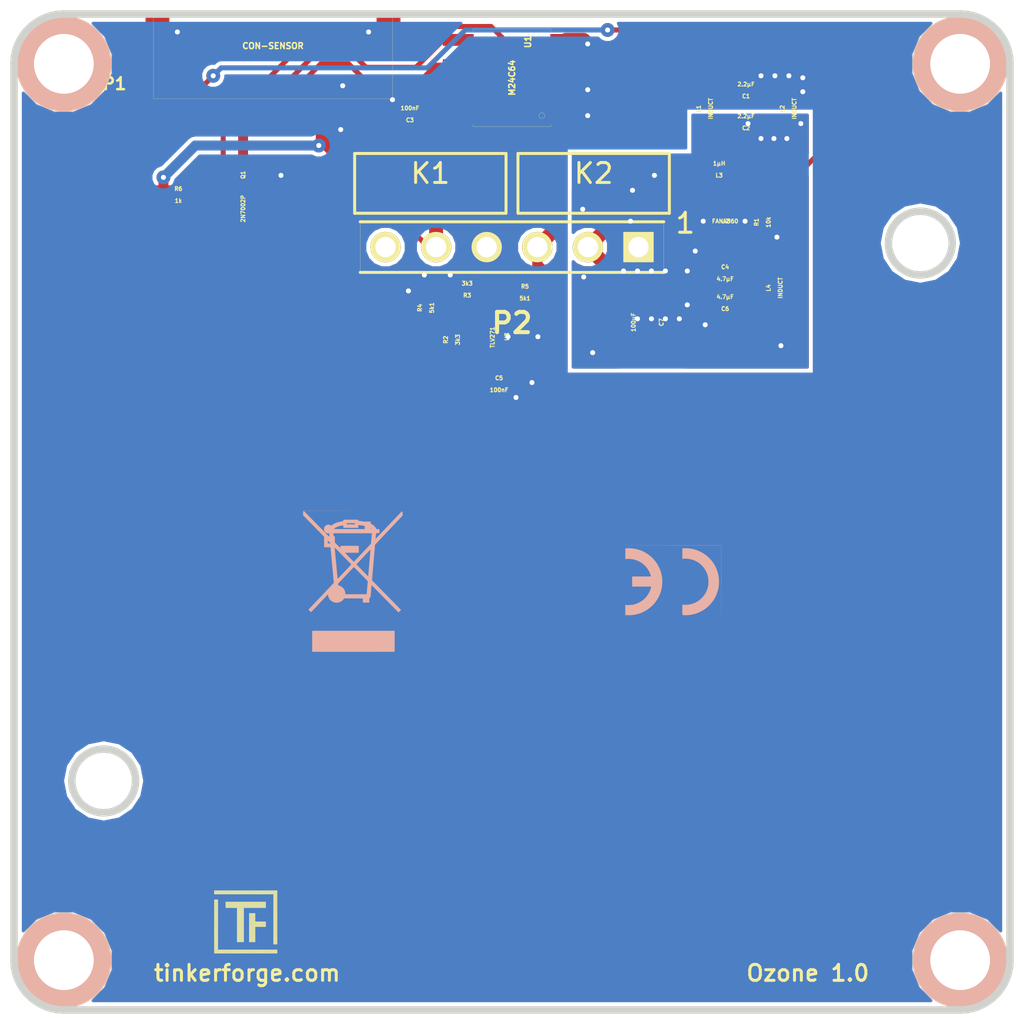
<source format=kicad_pcb>
(kicad_pcb (version 4) (host pcbnew "(2015-03-18 BZR 5525)-product")
  (title_block (title "Dust Detector Bricklet") (date "Mo 13 Apr 2015") (rev 1.0) (company "Tinkerforfge GmbH") (comment 1 "Licensed under CERN OHL v.1.1") (comment 2 "Copyright (©) 2015, B.Nordmeyer <bastian@tinkerforge.com>"))
  (layers (0 F.Cu signal) (31 B.Cu signal) (34 B.Paste user) (35 F.Paste user) (36 B.SilkS user) (37 F.SilkS user) (38 B.Mask user) (39 F.Mask user) (44 Edge.Cuts user))
  (net 0 "")
  (net 1 +5V)
  (net 2 3V3)
  (net 3 EN)
  (net 4 GND)
  (net 5 "Net-(P1-Pad4)")
  (net 6 "Net-(P1-Pad5)")
  (net 7 "Net-(P1-Pad6)")
  (net 8 "Net-(P1-Pad7)")
  (net 9 "Net-(R2-Pad1)")
  (net 10 "Net-(K1-Pad2)")
  (net 11 "Net-(K2-Pad3)")
  (net 12 "Net-(P1-Pad8)")
  (net 13 "Net-(R3-Pad2)")
  (net 14 "Net-(C2-Pad1)")
  (net 15 AGND)
  (net 16 "Net-(C4-Pad1)")
  (net 17 "Net-(K1-Pad3)")
  (net 18 "Net-(L3-Pad2)")
  (module kicad-libraries:DRILL_NP (layer F.Cu) (at 121.4 65.6)
    (fp_text reference U6 hide)
    (fp_text value DRILL hide)
    (pad "" np_thru_hole circle (at 0 0) (size 2.99974 2.99974) (drill 2.99974) (layers *.Cu *.Mask F.SilkS) (clearance 0.89916))
  )
  (module kicad-libraries:0603 (layer F.Cu) (at 155.6 67)
    (fp_text reference C1 (at 0.05 0.225) (layer F.SilkS) (effects (font (size 0.2 0.2) (thickness 0.05))))
    (fp_text value 2.2µF (at 0.05 -0.375) (layer F.SilkS) (effects (font (size 0.2 0.2) (thickness 0.05))))
    (pad 1 smd rect (at -0.8001 0) (size 0.8001 0.8001) (layers F.Cu F.Paste F.Mask) (net 2 3V3))
    (pad 2 smd rect (at 0.8001 0) (size 0.8001 0.8001) (layers F.Cu F.Paste F.Mask) (net 4 GND))
  )
  (module kicad-libraries:0603 (layer F.Cu) (at 155.6 68.6)
    (fp_text reference C2 (at 0.05 0.225) (layer F.SilkS) (effects (font (size 0.2 0.2) (thickness 0.05))))
    (fp_text value 2.2µF (at 0.05 -0.375) (layer F.SilkS) (effects (font (size 0.2 0.2) (thickness 0.05))))
    (pad 1 smd rect (at -0.8001 0) (size 0.8001 0.8001) (layers F.Cu F.Paste F.Mask) (net 14 "Net-(C2-Pad1)"))
    (pad 2 smd rect (at 0.8001 0) (size 0.8001 0.8001) (layers F.Cu F.Paste F.Mask) (net 15 AGND))
  )
  (module kicad-libraries:0805 (layer F.Cu) (at 154.6 77.7)
    (fp_text reference C6 (at 0 0.2) (layer F.SilkS) (effects (font (size 0.2 0.2) (thickness 0.05))))
    (fp_text value 4.7µF (at 0 -0.4) (layer F.SilkS) (effects (font (size 0.2 0.2) (thickness 0.05))))
    (pad 1 smd rect (at -1.00076 0) (size 1.00076 1.24968) (layers F.Cu F.Paste F.Mask) (net 15 AGND) (clearance 0.14986))
    (pad 2 smd rect (at 1.00076 0) (size 1.00076 1.24968) (layers F.Cu F.Paste F.Mask) (net 1 +5V) (clearance 0.14986))
  )
  (module kicad-libraries:3528-21 (layer F.Cu) (at 150.9 78.6 90)
    (fp_text reference C7 (at 0.025 0.5 90) (layer F.SilkS) (effects (font (size 0.2 0.2) (thickness 0.05))))
    (fp_text value 100µF (at 0.025 -0.9 90) (layer F.SilkS) (effects (font (size 0.2 0.2) (thickness 0.05))))
    (pad 1 smd rect (at -1.40048 0 90) (size 1.59954 2.79908) (layers F.Cu F.Paste F.Mask) (net 1 +5V) (clearance 0.14986))
    (pad 2 smd rect (at 1.40048 0 90) (size 1.59954 2.79908) (layers F.Cu F.Paste F.Mask) (net 15 AGND) (clearance 0.14986))
  )
  (module kicad-libraries:9175-003 (layer F.Cu) (at 139.8 71.6 180)
    (fp_text reference K1 (at 0 0.5 180) (layer F.SilkS))
    (fp_text value CONN_3)
    (pad 2 smd rect (at -0.55 -0.725 180) (size 1 1.45) (layers F.Cu F.Paste F.Mask) (net 10 "Net-(K1-Pad2)"))
    (pad 2 smd rect (at 0.55 0.725 180) (size 1 1.45) (layers F.Cu F.Paste F.Mask) (net 10 "Net-(K1-Pad2)"))
    (pad 1 smd rect (at -3.05 -0.725 180) (size 1 1.45) (layers F.Cu F.Paste F.Mask) (net 4 GND))
    (pad 1 smd rect (at -1.95 0.74 180) (size 1 1.45) (layers F.Cu F.Paste F.Mask) (net 4 GND))
    (pad 3 smd rect (at 1.95 -0.725 180) (size 1 1.45) (layers F.Cu F.Paste F.Mask) (net 17 "Net-(K1-Pad3)"))
    (pad 3 smd rect (at 3.05 0.725 180) (size 1 1.45) (layers F.Cu F.Paste F.Mask) (net 17 "Net-(K1-Pad3)"))
  )
  (module kicad-libraries:9175-003 (layer F.Cu) (at 148 71.6 180)
    (fp_text reference K2 (at 0 0.5 180) (layer F.SilkS))
    (fp_text value CONN_3)
    (pad 2 smd rect (at -0.55 -0.725 180) (size 1 1.45) (layers F.Cu F.Paste F.Mask) (net 1 +5V))
    (pad 2 smd rect (at 0.55 0.725 180) (size 1 1.45) (layers F.Cu F.Paste F.Mask) (net 1 +5V))
    (pad 1 smd rect (at -3.05 -0.725 180) (size 1 1.45) (layers F.Cu F.Paste F.Mask) (net 15 AGND))
    (pad 1 smd rect (at -1.95 0.74 180) (size 1 1.45) (layers F.Cu F.Paste F.Mask) (net 15 AGND))
    (pad 3 smd rect (at 1.95 -0.725 180) (size 1 1.45) (layers F.Cu F.Paste F.Mask) (net 11 "Net-(K2-Pad3)"))
    (pad 3 smd rect (at 3.05 0.725 180) (size 1 1.45) (layers F.Cu F.Paste F.Mask) (net 11 "Net-(K2-Pad3)"))
  )
  (module kicad-libraries:0603 (layer F.Cu) (at 157.7 67.8 270)
    (fp_text reference L2 (at 0.05 0.225 270) (layer F.SilkS) (effects (font (size 0.2 0.2) (thickness 0.05))))
    (fp_text value INDUCT (at 0.05 -0.375 270) (layer F.SilkS) (effects (font (size 0.2 0.2) (thickness 0.05))))
    (pad 1 smd rect (at -0.8001 0 270) (size 0.8001 0.8001) (layers F.Cu F.Paste F.Mask) (net 4 GND))
    (pad 2 smd rect (at 0.8001 0 270) (size 0.8001 0.8001) (layers F.Cu F.Paste F.Mask) (net 15 AGND))
  )
  (module kicad-libraries:CON-SENSOR (layer F.Cu) (at 131.9 63.1 180)
    (fp_text reference P1 (at 7.9502 -3.50012 180) (layer F.SilkS) (effects (font (size 0.59944 0.59944) (thickness 0.12446))))
    (fp_text value CON-SENSOR (at 0 -1.6002 180) (layer F.SilkS) (effects (font (size 0.29972 0.29972) (thickness 0.07112))))
    (pad 1 smd rect (at -4.50088 -4.7752 180) (size 0.59944 1.5494) (layers F.Cu F.Paste F.Mask))
    (pad 2 smd rect (at -3.50012 -4.7752 180) (size 0.59944 1.5494) (layers F.Cu F.Paste F.Mask) (net 4 GND))
    (pad 3 smd rect (at -2.49936 -4.7752 180) (size 0.59944 1.5494) (layers F.Cu F.Paste F.Mask) (net 2 3V3))
    (pad 4 smd rect (at -1.50114 -4.7752 180) (size 0.59944 1.5494) (layers F.Cu F.Paste F.Mask) (net 5 "Net-(P1-Pad4)"))
    (pad 5 smd rect (at -0.50038 -4.7752 180) (size 0.59944 1.5494) (layers F.Cu F.Paste F.Mask) (net 6 "Net-(P1-Pad5)"))
    (pad 6 smd rect (at 0.50038 -4.7752 180) (size 0.59944 1.5494) (layers F.Cu F.Paste F.Mask) (net 7 "Net-(P1-Pad6)"))
    (pad 7 smd rect (at 1.50114 -4.7752 180) (size 0.59944 1.5494) (layers F.Cu F.Paste F.Mask) (net 8 "Net-(P1-Pad7)"))
    (pad 8 smd rect (at 2.49936 -4.7752 180) (size 0.59944 1.5494) (layers F.Cu F.Paste F.Mask) (net 12 "Net-(P1-Pad8)"))
    (pad 9 smd rect (at 3.50012 -4.7752 180) (size 0.59944 1.5494) (layers F.Cu F.Paste F.Mask) (net 3 EN))
    (pad 10 smd rect (at 4.50088 -4.7752 180) (size 0.59944 1.5494) (layers F.Cu F.Paste F.Mask))
    (pad EP smd rect (at -5.79882 -0.89916 180) (size 1.19888 1.80086) (layers F.Cu F.Paste F.Mask) (net 4 GND))
    (pad EP smd rect (at 5.79882 -0.89916 180) (size 1.19888 1.80086) (layers F.Cu F.Paste F.Mask) (net 4 GND))
  )
  (module kicad-libraries:pin_array_6x1 (layer F.Cu) (at 143.9 74.8 180)
    (fp_text reference P2 (at 0 -3.81 180) (layer F.SilkS) (effects (font (size 1.016 1.016) (thickness 0.2032))))
    (fp_text value CONN_6 hide)
    (pad 1 thru_hole rect (at -6.35 0 180) (size 1.524 1.524) (drill 1.016) (layers *.Cu *.Mask F.SilkS) (net 15 AGND))
    (pad 2 thru_hole circle (at -3.81 0 180) (size 1.524 1.524) (drill 1.016) (layers *.Cu *.Mask F.SilkS) (net 1 +5V))
    (pad 3 thru_hole circle (at -1.27 0 180) (size 1.524 1.524) (drill 1.016) (layers *.Cu *.Mask F.SilkS) (net 11 "Net-(K2-Pad3)"))
    (pad 4 thru_hole circle (at 1.27 0 180) (size 1.524 1.524) (drill 1.016) (layers *.Cu *.Mask F.SilkS) (net 4 GND))
    (pad 5 thru_hole circle (at 3.81 0 180) (size 1.524 1.524) (drill 1.016) (layers *.Cu *.Mask F.SilkS) (net 10 "Net-(K1-Pad2)"))
    (pad 6 thru_hole circle (at 6.35 0 180) (size 1.524 1.524) (drill 1.016) (layers *.Cu *.Mask F.SilkS))
  )
  (module kicad-libraries:SOT23GDS (layer F.Cu) (at 130.4 72.1 270)
    (fp_text reference Q1 (at -0.925 0 270) (layer F.SilkS) (effects (font (size 0.2 0.2) (thickness 0.05))))
    (fp_text value 2N7002P (at 0.775 0 270) (layer F.SilkS) (effects (font (size 0.2 0.2) (thickness 0.05))))
    (pad S smd rect (at -0.889 -1.016 270) (size 0.9144 0.9144) (layers F.Cu F.Paste F.Mask) (net 4 GND))
    (pad G smd rect (at 0.889 -1.016 270) (size 0.9144 0.9144) (layers F.Cu F.Paste F.Mask) (net 10 "Net-(K1-Pad2)"))
    (pad D smd rect (at 0 1.016 270) (size 0.9144 0.9144) (layers F.Cu F.Paste F.Mask) (net 12 "Net-(P1-Pad8)"))
  )
  (module kicad-libraries:0603 (layer F.Cu) (at 156.4 73.5 270)
    (fp_text reference R1 (at 0.05 0.225 270) (layer F.SilkS) (effects (font (size 0.2 0.2) (thickness 0.05))))
    (fp_text value 10k (at 0.05 -0.375 270) (layer F.SilkS) (effects (font (size 0.2 0.2) (thickness 0.05))))
    (pad 1 smd rect (at -0.8001 0 270) (size 0.8001 0.8001) (layers F.Cu F.Paste F.Mask) (net 3 EN))
    (pad 2 smd rect (at 0.8001 0 270) (size 0.8001 0.8001) (layers F.Cu F.Paste F.Mask) (net 15 AGND))
  )
  (module kicad-libraries:0603 (layer F.Cu) (at 140.8 79.4 270)
    (fp_text reference R2 (at 0.05 0.225 270) (layer F.SilkS) (effects (font (size 0.2 0.2) (thickness 0.05))))
    (fp_text value 3k3 (at 0.05 -0.375 270) (layer F.SilkS) (effects (font (size 0.2 0.2) (thickness 0.05))))
    (pad 1 smd rect (at -0.8001 0 270) (size 0.8001 0.8001) (layers F.Cu F.Paste F.Mask) (net 9 "Net-(R2-Pad1)"))
    (pad 2 smd rect (at 0.8001 0 270) (size 0.8001 0.8001) (layers F.Cu F.Paste F.Mask) (net 8 "Net-(P1-Pad7)"))
  )
  (module kicad-libraries:0603 (layer F.Cu) (at 141.6 77)
    (fp_text reference R3 (at 0.05 0.225) (layer F.SilkS) (effects (font (size 0.2 0.2) (thickness 0.05))))
    (fp_text value 3k3 (at 0.05 -0.375) (layer F.SilkS) (effects (font (size 0.2 0.2) (thickness 0.05))))
    (pad 1 smd rect (at -0.8001 0) (size 0.8001 0.8001) (layers F.Cu F.Paste F.Mask) (net 4 GND))
    (pad 2 smd rect (at 0.8001 0) (size 0.8001 0.8001) (layers F.Cu F.Paste F.Mask) (net 13 "Net-(R3-Pad2)"))
  )
  (module kicad-libraries:0603 (layer F.Cu) (at 139.5 77.8 270)
    (fp_text reference R4 (at 0.05 0.225 270) (layer F.SilkS) (effects (font (size 0.2 0.2) (thickness 0.05))))
    (fp_text value 5k1 (at 0.05 -0.375 270) (layer F.SilkS) (effects (font (size 0.2 0.2) (thickness 0.05))))
    (pad 1 smd rect (at -0.8001 0 270) (size 0.8001 0.8001) (layers F.Cu F.Paste F.Mask) (net 4 GND))
    (pad 2 smd rect (at 0.8001 0 270) (size 0.8001 0.8001) (layers F.Cu F.Paste F.Mask) (net 9 "Net-(R2-Pad1)"))
  )
  (module kicad-libraries:0603 (layer F.Cu) (at 144.6 77 180)
    (fp_text reference R5 (at 0.05 0.225 180) (layer F.SilkS) (effects (font (size 0.2 0.2) (thickness 0.05))))
    (fp_text value 5k1 (at 0.05 -0.375 180) (layer F.SilkS) (effects (font (size 0.2 0.2) (thickness 0.05))))
    (pad 1 smd rect (at -0.8001 0 180) (size 0.8001 0.8001) (layers F.Cu F.Paste F.Mask) (net 11 "Net-(K2-Pad3)"))
    (pad 2 smd rect (at 0.8001 0 180) (size 0.8001 0.8001) (layers F.Cu F.Paste F.Mask) (net 13 "Net-(R3-Pad2)"))
  )
  (module kicad-libraries:SOIC8 (layer F.Cu) (at 143.9 66.3 90)
    (fp_text reference U1 (at 1.8 0.8 90) (layer F.SilkS) (effects (font (size 0.29972 0.29972) (thickness 0.0762))))
    (fp_text value M24C64 (at 0 0 90) (layer F.SilkS) (effects (font (size 0.29972 0.29972) (thickness 0.0762))))
    (pad 1 smd rect (at -1.90246 2.69748 270) (size 0.59944 1.5494) (layers F.Cu F.Paste F.Mask) (net 4 GND))
    (pad 2 smd rect (at -0.63246 2.69748 270) (size 0.59944 1.5494) (layers F.Cu F.Paste F.Mask) (net 4 GND))
    (pad 3 smd rect (at 0.63246 2.69748 270) (size 0.59944 1.5494) (layers F.Cu F.Paste F.Mask) (net 7 "Net-(P1-Pad6)"))
    (pad 4 smd rect (at 1.90246 2.69748 270) (size 0.59944 1.5494) (layers F.Cu F.Paste F.Mask) (net 4 GND))
    (pad 5 smd rect (at 1.90246 -2.69748 90) (size 0.59944 1.5494) (layers F.Cu F.Paste F.Mask) (net 6 "Net-(P1-Pad5)"))
    (pad 6 smd rect (at 0.63246 -2.69748 90) (size 0.59944 1.5494) (layers F.Cu F.Paste F.Mask) (net 5 "Net-(P1-Pad4)"))
    (pad 7 smd rect (at -0.63246 -2.69748 90) (size 0.59944 1.5494) (layers F.Cu F.Paste F.Mask))
    (pad 8 smd rect (at -1.90246 -2.69748 90) (size 0.59944 1.5494) (layers F.Cu F.Paste F.Mask) (net 2 3V3))
  )
  (module kicad-libraries:UMLP_22 (layer F.Cu) (at 154.6 73.5 180)
    (fp_text reference U2 (at 0 0 180) (layer F.SilkS) (effects (font (size 0.2 0.2) (thickness 0.05))))
    (fp_text value FAN4860 (at 0 0 180) (layer F.SilkS) (effects (font (size 0.2 0.2) (thickness 0.05))))
    (pad 3 smd rect (at -0.65 -1.05 180) (size 0.25 0.8) (layers F.Cu F.Paste F.Mask) (net 16 "Net-(C4-Pad1)"))
    (pad 2 smd rect (at 0 -1.05 180) (size 0.25 0.8) (layers F.Cu F.Paste F.Mask) (net 16 "Net-(C4-Pad1)"))
    (pad 1 smd rect (at 0.65 -1.05 180) (size 0.25 0.8) (layers F.Cu F.Paste F.Mask) (net 15 AGND))
    (pad 4 smd rect (at -0.65 1.05 180) (size 0.25 0.8) (layers F.Cu F.Paste F.Mask) (net 3 EN))
    (pad 5 smd rect (at 0 1.05 180) (size 0.25 0.8) (layers F.Cu F.Paste F.Mask) (net 18 "Net-(L3-Pad2)"))
    (pad 6 smd rect (at 0.65 1.05 180) (size 0.25 0.8) (layers F.Cu F.Paste F.Mask) (net 14 "Net-(C2-Pad1)"))
    (pad EP smd rect (at 0 0 180) (size 1.45 0.8) (layers F.Cu F.Paste F.Mask) (net 15 AGND))
  )
  (module kicad-libraries:SOT23-5 (layer F.Cu) (at 143.3 79.3 90)
    (fp_text reference U3 (at 0 0.35052 90) (layer F.SilkS) (effects (font (size 0.2 0.2) (thickness 0.05))))
    (fp_text value TLV271 (at -0.03 -0.38 90) (layer F.SilkS) (effects (font (size 0.2 0.2) (thickness 0.05))))
    (pad 1 smd rect (at -0.94996 1.19888 90) (size 0.50038 0.8001) (layers F.Cu F.Paste F.Mask) (net 8 "Net-(P1-Pad7)") (clearance 0.14986))
    (pad 2 smd rect (at 0 1.19888 90) (size 0.50038 0.8001) (layers F.Cu F.Paste F.Mask) (net 4 GND) (clearance 0.14986))
    (pad 3 smd rect (at 0.94996 1.19888 90) (size 0.50038 0.8001) (layers F.Cu F.Paste F.Mask) (net 13 "Net-(R3-Pad2)") (clearance 0.14986))
    (pad 5 smd rect (at -0.94996 -1.19888 90) (size 0.50038 0.8001) (layers F.Cu F.Paste F.Mask) (net 2 3V3) (clearance 0.14986))
    (pad 4 smd rect (at 0.94996 -1.19888 90) (size 0.50038 0.8001) (layers F.Cu F.Paste F.Mask) (net 9 "Net-(R2-Pad1)") (clearance 0.14986))
  )
  (module kicad-libraries:DRILL_NP (layer F.Cu) (at 121.4 110.6)
    (fp_text reference U4 hide)
    (fp_text value DRILL hide)
    (pad "" np_thru_hole circle (at 0 0) (size 2.99974 2.99974) (drill 2.99974) (layers *.Cu *.Mask F.SilkS) (clearance 0.89916))
  )
  (module kicad-libraries:DRILL_NP (layer F.Cu) (at 166.4 65.6)
    (fp_text reference U5 hide)
    (fp_text value DRILL hide)
    (pad "" np_thru_hole circle (at 0 0) (size 2.99974 2.99974) (drill 2.99974) (layers *.Cu *.Mask F.SilkS) (clearance 0.89916))
  )
  (module kicad-libraries:DRILL_NP (layer F.Cu) (at 166.4 110.6)
    (fp_text reference U7 hide)
    (fp_text value DRILL hide)
    (pad "" np_thru_hole circle (at 0 0) (size 2.99974 2.99974) (drill 2.99974) (layers *.Cu *.Mask F.SilkS) (clearance 0.89916))
  )
  (module kicad-libraries:Logo_31x31 (layer F.Cu) (at 128.95 107.1)
    (fp_text reference G*** hide)
    (fp_text value Logo_31x31 hide)
  )
  (module kicad-libraries:WEEE_7mm_back (layer B.Cu) (at 135.9 91.6)
    (fp_text reference VAL hide)
    (fp_text value WEEE_7mm_back hide)
  )
  (module kicad-libraries:CE_5mm (layer B.Cu) (at 151.9 91.6 180)
    (fp_text reference VAL hide)
    (fp_text value CE_5mm hide)
  )
  (module kicad-libraries:Fiducial_Mark (layer F.Cu) (at 125.4 80.6)
    (fp_text reference Fiducial_Mark hide)
    (fp_text value VAL** hide)
    (pad 1 smd circle (at 0 0) (size 1.00076 1.00076) (layers F.Cu F.Mask) (clearance 0.65024))
  )
  (module kicad-libraries:Fiducial_Mark (layer F.Cu) (at 161.4 65.6)
    (fp_text reference Fiducial_Mark hide)
    (fp_text value VAL** hide)
    (pad 1 smd circle (at 0 0) (size 1.00076 1.00076) (layers F.Cu F.Mask) (clearance 0.65024))
  )
  (module kicad-libraries:0603 (layer F.Cu) (at 138.725 68.2)
    (fp_text reference C3 (at 0.05 0.225) (layer F.SilkS) (effects (font (size 0.2 0.2) (thickness 0.05))))
    (fp_text value 100nF (at 0.05 -0.375) (layer F.SilkS) (effects (font (size 0.2 0.2) (thickness 0.05))))
    (pad 1 smd rect (at -0.8001 0) (size 0.8001 0.8001) (layers F.Cu F.Paste F.Mask) (net 4 GND) (clearance 0.14986))
    (pad 2 smd rect (at 0.8001 0) (size 0.8001 0.8001) (layers F.Cu F.Paste F.Mask) (net 2 3V3) (clearance 0.14986))
  )
  (module kicad-libraries:0805 (layer F.Cu) (at 154.6 76 180)
    (fp_text reference C4 (at 0 0.2 180) (layer F.SilkS) (effects (font (size 0.2 0.2) (thickness 0.05))))
    (fp_text value 4.7µF (at 0 -0.4 180) (layer F.SilkS) (effects (font (size 0.2 0.2) (thickness 0.05))))
    (pad 1 smd rect (at -1.00076 0 180) (size 1.00076 1.24968) (layers F.Cu F.Paste F.Mask) (net 16 "Net-(C4-Pad1)"))
    (pad 2 smd rect (at 1.00076 0 180) (size 1.00076 1.24968) (layers F.Cu F.Paste F.Mask) (net 15 AGND))
  )
  (module kicad-libraries:0603 (layer F.Cu) (at 143.3 81.6 180)
    (fp_text reference C5 (at 0.05 0.225 180) (layer F.SilkS) (effects (font (size 0.2 0.2) (thickness 0.05))))
    (fp_text value 100nF (at 0.05 -0.375 180) (layer F.SilkS) (effects (font (size 0.2 0.2) (thickness 0.05))))
    (pad 1 smd rect (at -0.8001 0 180) (size 0.8001 0.8001) (layers F.Cu F.Paste F.Mask) (net 4 GND) (clearance 0.14986))
    (pad 2 smd rect (at 0.8001 0 180) (size 0.8001 0.8001) (layers F.Cu F.Paste F.Mask) (net 2 3V3) (clearance 0.14986))
  )
  (module kicad-libraries:0603 (layer F.Cu) (at 153.5 67.8 270)
    (fp_text reference L1 (at 0.05 0.225 270) (layer F.SilkS) (effects (font (size 0.2 0.2) (thickness 0.05))))
    (fp_text value INDUCT (at 0.05 -0.375 270) (layer F.SilkS) (effects (font (size 0.2 0.2) (thickness 0.05))))
    (pad 1 smd rect (at -0.8001 0 270) (size 0.8001 0.8001) (layers F.Cu F.Paste F.Mask) (net 2 3V3) (clearance 0.14986))
    (pad 2 smd rect (at 0.8001 0 270) (size 0.8001 0.8001) (layers F.Cu F.Paste F.Mask) (net 14 "Net-(C2-Pad1)") (clearance 0.14986))
  )
  (module kicad-libraries:0805 (layer F.Cu) (at 154.3 71)
    (fp_text reference L3 (at 0 0.2) (layer F.SilkS) (effects (font (size 0.2 0.2) (thickness 0.05))))
    (fp_text value 1µH (at 0 -0.4) (layer F.SilkS) (effects (font (size 0.2 0.2) (thickness 0.05))))
    (pad 1 smd rect (at -1.00076 0) (size 1.00076 1.24968) (layers F.Cu F.Paste F.Mask) (net 14 "Net-(C2-Pad1)") (clearance 0.14986))
    (pad 2 smd rect (at 1.00076 0) (size 1.00076 1.24968) (layers F.Cu F.Paste F.Mask) (net 18 "Net-(L3-Pad2)") (clearance 0.14986))
  )
  (module kicad-libraries:0603 (layer F.Cu) (at 157 76.8 270)
    (fp_text reference L4 (at 0.05 0.225 270) (layer F.SilkS) (effects (font (size 0.2 0.2) (thickness 0.05))))
    (fp_text value INDUCT (at 0.05 -0.375 270) (layer F.SilkS) (effects (font (size 0.2 0.2) (thickness 0.05))))
    (pad 1 smd rect (at -0.8001 0 270) (size 0.8001 0.8001) (layers F.Cu F.Paste F.Mask) (net 16 "Net-(C4-Pad1)"))
    (pad 2 smd rect (at 0.8001 0 270) (size 0.8001 0.8001) (layers F.Cu F.Paste F.Mask) (net 1 +5V))
  )
  (module kicad-libraries:0603 (layer F.Cu) (at 127.2 72.1 180)
    (fp_text reference R6 (at 0.05 0.225 180) (layer F.SilkS) (effects (font (size 0.2 0.2) (thickness 0.05))))
    (fp_text value 1k (at 0.05 -0.375 180) (layer F.SilkS) (effects (font (size 0.2 0.2) (thickness 0.05))))
    (pad 1 smd rect (at -0.8001 0 180) (size 0.8001 0.8001) (layers F.Cu F.Paste F.Mask) (net 12 "Net-(P1-Pad8)") (clearance 0.14986))
    (pad 2 smd rect (at 0.8001 0 180) (size 0.8001 0.8001) (layers F.Cu F.Paste F.Mask) (net 2 3V3) (clearance 0.14986))
  )
  (gr_text 1 (at 152.6 73.6) (layer F.SilkS) (effects (font (size 1 1))))
  (gr_circle (center 123.4 101.6) (end 125 101.6) (layer Edge.Cuts) (width 0.381))
  (gr_circle (center 164.4 74.6) (end 166 74.6) (layer Edge.Cuts) (width 0.381))
  (gr_line (start 166.4 113.1) (end 121.4 113.1) (angle 90) (layer Edge.Cuts) (width 0.381))
  (gr_line (start 168.9 65.6) (end 168.9 110.6) (angle 90) (layer Edge.Cuts) (width 0.381))
  (gr_line (start 118.9 110.6) (end 118.9 65.6) (angle 90) (layer Edge.Cuts) (width 0.381))
  (gr_line (start 118.9 65.55) (end 118.9 65.6) (angle 90) (layer Edge.Cuts) (width 0.381))
  (gr_line (start 166.4 63.1) (end 121.4 63.1) (angle 90) (layer Edge.Cuts) (width 0.381))
  (gr_arc (start 121.4 110.6) (end 121.4 113.1) (angle 90) (layer Edge.Cuts) (width 0.381))
  (gr_arc (start 121.4 65.6) (end 118.9 65.6) (angle 90) (layer Edge.Cuts) (width 0.381))
  (gr_arc (start 166.4 65.6) (end 166.4 63.1) (angle 90) (layer Edge.Cuts) (width 0.381))
  (gr_arc (start 166.4 110.6) (end 168.9 110.6) (angle 90) (layer Edge.Cuts) (width 0.381))
  (gr_text "Ozone 1.0" (at 158.75 111.25) (layer F.SilkS) (effects (font (size 0.8 0.8))))
  (gr_text tinkerforge.com (at 130.6 111.25) (layer F.SilkS) (effects (font (size 0.8 0.8))))
  (segment (start 150.9 80.00048) (end 150.50048 80.00048) (width 0.7) (layer F.Cu) (net 1))
  (segment (start 150.50048 80.00048) (end 148.5 78) (width 0.7) (layer F.Cu) (net 1))
  (segment (start 148.5 75.59) (end 147.71 74.8) (width 0.7) (layer F.Cu) (net 1))
  (segment (start 148.5 78) (end 148.5 75.59) (width 0.7) (layer F.Cu) (net 1))
  (segment (start 156.85 77.5501) (end 155.65066 77.5501) (width 0.7) (layer F.Cu) (net 1))
  (segment (start 155.65066 77.5501) (end 155.55076 77.65) (width 0.7) (layer F.Cu) (net 1))
  (segment (start 150.9 80.00048) (end 154.19952 80.00048) (width 0.7) (layer F.Cu) (net 1))
  (segment (start 155.55076 78.64924) (end 155.55076 77.65) (width 0.7) (layer F.Cu) (net 1))
  (segment (start 154.19952 80.00048) (end 155.55076 78.64924) (width 0.7) (layer F.Cu) (net 1))
  (segment (start 148.55 72.325) (end 148.55 73.96) (width 0.7) (layer F.Cu) (net 1))
  (segment (start 148.55 73.96) (end 147.71 74.8) (width 0.7) (layer F.Cu) (net 1))
  (segment (start 147.45 70.875) (end 147.45 71.225) (width 0.254) (layer F.Cu) (net 1))
  (segment (start 147.45 71.225) (end 148.55 72.325) (width 0.7) (layer F.Cu) (net 1))
  (segment (start 142.4999 81.6) (end 142.4999 80.64874) (width 0.5) (layer F.Cu) (net 2))
  (segment (start 142.4999 80.64874) (end 142.10112 80.24996) (width 0.5) (layer F.Cu) (net 2))
  (segment (start 142.4999 81.6) (end 142.4999 81.8501) (width 0.5) (layer F.Cu) (net 2))
  (segment (start 142.4999 81.8501) (end 141.1 83.25) (width 0.5) (layer F.Cu) (net 2))
  (segment (start 131.95 83.25) (end 126.3999 77.6999) (width 0.5) (layer F.Cu) (net 2))
  (segment (start 141.1 83.25) (end 131.95 83.25) (width 0.5) (layer F.Cu) (net 2))
  (segment (start 126.3999 77.6999) (end 126.3999 72.1) (width 0.5) (layer F.Cu) (net 2))
  (segment (start 134.39936 69.39936) (end 134.39936 69.50064) (width 0.254) (layer F.Cu) (net 2))
  (segment (start 126.4 71.3) (end 126.4 72.0999) (width 0.5) (layer F.Cu) (net 2))
  (via (at 126.4 71.3) (size 0.7) (layers F.Cu B.Cu) (net 2))
  (segment (start 128 69.7) (end 126.4 71.3) (width 0.5) (layer B.Cu) (net 2))
  (segment (start 134.2 69.7) (end 128 69.7) (width 0.5) (layer B.Cu) (net 2))
  (via (at 134.2 69.7) (size 0.7) (layers F.Cu B.Cu) (net 2))
  (segment (start 134.39936 69.50064) (end 134.2 69.7) (width 0.254) (layer F.Cu) (net 2))
  (segment (start 126.4 72.0999) (end 126.3999 72.1) (width 0.254) (layer F.Cu) (net 2))
  (segment (start 139.5251 68.2) (end 139.5251 68.8749) (width 0.7) (layer F.Cu) (net 2))
  (segment (start 139.5251 68.8749) (end 138.9 69.5) (width 0.7) (layer F.Cu) (net 2))
  (segment (start 153.5 66.9999) (end 150.3001 66.9999) (width 0.7) (layer F.Cu) (net 2))
  (segment (start 150.3001 66.9999) (end 147.8 69.5) (width 0.7) (layer F.Cu) (net 2))
  (segment (start 147.8 69.5) (end 138.9 69.5) (width 0.7) (layer F.Cu) (net 2))
  (segment (start 134.39936 69.39936) (end 134.39936 67.8752) (width 0.7) (layer F.Cu) (net 2))
  (segment (start 138.9 69.5) (end 136 69.5) (width 0.7) (layer F.Cu) (net 2))
  (segment (start 136 69.5) (end 135.6 69.9) (width 0.7) (layer F.Cu) (net 2))
  (segment (start 135.6 69.9) (end 134.9 69.9) (width 0.7) (layer F.Cu) (net 2))
  (segment (start 134.9 69.9) (end 134.39936 69.39936) (width 0.7) (layer F.Cu) (net 2))
  (segment (start 141.20252 68.20246) (end 139.52756 68.20246) (width 0.7) (layer F.Cu) (net 2))
  (segment (start 139.52756 68.20246) (end 139.5251 68.2) (width 0.7) (layer F.Cu) (net 2))
  (segment (start 154.7499 66.95) (end 153.4501 66.95) (width 0.7) (layer F.Cu) (net 2))
  (segment (start 153.4501 66.95) (end 153.45 66.9499) (width 0.7) (layer F.Cu) (net 2))
  (segment (start 148.7 63.9) (end 141.55 63.9) (width 0.254) (layer B.Cu) (net 3))
  (segment (start 128.39988 66.70012) (end 128.39988 67.8752) (width 0.254) (layer F.Cu) (net 3))
  (segment (start 128.9 66.2) (end 128.39988 66.70012) (width 0.254) (layer F.Cu) (net 3))
  (via (at 128.9 66.2) (size 0.7) (layers F.Cu B.Cu) (net 3))
  (segment (start 129.3 65.8) (end 128.9 66.2) (width 0.254) (layer B.Cu) (net 3))
  (segment (start 139.65 65.8) (end 129.3 65.8) (width 0.254) (layer B.Cu) (net 3))
  (segment (start 141.55 63.9) (end 139.65 65.8) (width 0.254) (layer B.Cu) (net 3))
  (segment (start 159.6 69.8) (end 159.6 65.8) (width 0.254) (layer F.Cu) (net 3))
  (segment (start 159.6 65.8) (end 157.7 63.9) (width 0.254) (layer F.Cu) (net 3))
  (segment (start 157.7 63.9) (end 148.7 63.9) (width 0.254) (layer F.Cu) (net 3))
  (segment (start 159.6 69.8) (end 156.7001 72.6999) (width 0.254) (layer F.Cu) (net 3))
  (via (at 148.7 63.9) (size 0.7) (layers F.Cu B.Cu) (net 3))
  (segment (start 156.4 72.6999) (end 156.7001 72.6999) (width 0.254) (layer F.Cu) (net 3))
  (segment (start 155.25 72.45) (end 156.1501 72.45) (width 0.254) (layer F.Cu) (net 3))
  (segment (start 156.1501 72.45) (end 156.4 72.6999) (width 0.254) (layer F.Cu) (net 3))
  (segment (start 137.69882 63.99916) (end 136.70084 63.99916) (width 0.254) (layer F.Cu) (net 4))
  (via (at 136.7 64) (size 0.7) (layers F.Cu B.Cu) (net 4))
  (segment (start 136.70084 63.99916) (end 136.7 64) (width 0.254) (layer F.Cu) (net 4))
  (segment (start 144.1001 81.6) (end 144.1001 82.3499) (width 0.5) (layer F.Cu) (net 4))
  (via (at 144.1 82.35) (size 0.7) (layers F.Cu B.Cu) (net 4))
  (segment (start 144.1001 82.3499) (end 144.1 82.35) (width 0.5) (layer F.Cu) (net 4))
  (segment (start 139.5 76.9999) (end 139.5 76.2) (width 0.5) (layer F.Cu) (net 4))
  (via (at 139.5 76.2) (size 0.7) (layers F.Cu B.Cu) (net 4))
  (segment (start 146.59748 64.39754) (end 147.49754 64.39754) (width 0.7) (layer F.Cu) (net 4))
  (via (at 147.7 64.6) (size 0.7) (layers F.Cu B.Cu) (net 4))
  (segment (start 147.49754 64.39754) (end 147.7 64.6) (width 0.7) (layer F.Cu) (net 4))
  (segment (start 146.59748 66.93246) (end 147.66754 66.93246) (width 0.7) (layer F.Cu) (net 4))
  (via (at 147.7 66.9) (size 0.7) (layers F.Cu B.Cu) (net 4))
  (segment (start 147.66754 66.93246) (end 147.7 66.9) (width 0.7) (layer F.Cu) (net 4))
  (segment (start 146.59748 68.20246) (end 147.69754 68.20246) (width 0.7) (layer F.Cu) (net 4))
  (via (at 147.7 68.2) (size 0.7) (layers F.Cu B.Cu) (net 4))
  (segment (start 147.69754 68.20246) (end 147.7 68.2) (width 0.7) (layer F.Cu) (net 4))
  (segment (start 135.40012 67.8752) (end 135.40012 68.79988) (width 0.7) (layer F.Cu) (net 4))
  (via (at 135.3 68.9) (size 0.7) (layers F.Cu B.Cu) (net 4))
  (segment (start 135.40012 68.79988) (end 135.3 68.9) (width 0.7) (layer F.Cu) (net 4))
  (segment (start 135.40012 67.8752) (end 135.40012 66.70012) (width 0.7) (layer F.Cu) (net 4))
  (via (at 135.4 66.7) (size 0.7) (layers F.Cu B.Cu) (net 4))
  (segment (start 135.40012 66.70012) (end 135.4 66.7) (width 0.7) (layer F.Cu) (net 4))
  (segment (start 126.10118 63.99916) (end 127.09916 63.99916) (width 0.254) (layer F.Cu) (net 4))
  (via (at 127.1 64) (size 0.7) (layers F.Cu B.Cu) (net 4))
  (segment (start 127.09916 63.99916) (end 127.1 64) (width 0.254) (layer F.Cu) (net 4))
  (segment (start 137.9249 68.2) (end 137.9249 67.4249) (width 0.7) (layer F.Cu) (net 4))
  (via (at 137.9 67.4) (size 0.7) (layers F.Cu B.Cu) (net 4))
  (segment (start 137.9249 67.4249) (end 137.9 67.4) (width 0.7) (layer F.Cu) (net 4))
  (segment (start 131.416 71.211) (end 132.289 71.211) (width 0.7) (layer F.Cu) (net 4))
  (via (at 132.3 71.2) (size 0.7) (layers F.Cu B.Cu) (net 4))
  (segment (start 132.289 71.211) (end 132.3 71.2) (width 0.7) (layer F.Cu) (net 4))
  (segment (start 157.7 66.9999) (end 157.8001 66.9999) (width 0.7) (layer F.Cu) (net 4))
  (segment (start 157.8001 66.9999) (end 158.5 66.3) (width 0.7) (layer F.Cu) (net 4))
  (via (at 158.5 66.3) (size 0.7) (layers F.Cu B.Cu) (net 4))
  (segment (start 157.7 66.9999) (end 158.4999 66.9999) (width 0.7) (layer F.Cu) (net 4))
  (via (at 158.5 67) (size 0.7) (layers F.Cu B.Cu) (net 4))
  (segment (start 158.4999 66.9999) (end 158.5 67) (width 0.7) (layer F.Cu) (net 4))
  (segment (start 157.7 66.9999) (end 157.7 66.3) (width 0.7) (layer F.Cu) (net 4))
  (via (at 157.8 66.2) (size 0.7) (layers F.Cu B.Cu) (net 4))
  (segment (start 157.7 66.3) (end 157.8 66.2) (width 0.7) (layer F.Cu) (net 4))
  (segment (start 157.1 66.95) (end 157.1 66.2) (width 0.7) (layer F.Cu) (net 4))
  (via (at 157.1 66.2) (size 0.7) (layers F.Cu B.Cu) (net 4))
  (segment (start 156.4001 67) (end 156.4001 66.2001) (width 0.7) (layer F.Cu) (net 4))
  (via (at 156.4 66.2) (size 0.7) (layers F.Cu B.Cu) (net 4))
  (segment (start 156.4001 66.2001) (end 156.4 66.2) (width 0.7) (layer F.Cu) (net 4))
  (segment (start 156.3501 66.95) (end 157.1 66.95) (width 0.7) (layer F.Cu) (net 4))
  (segment (start 157.1 66.95) (end 157.6499 66.95) (width 0.7) (layer F.Cu) (net 4))
  (segment (start 157.6499 66.95) (end 157.65 66.9499) (width 0.7) (layer F.Cu) (net 4))
  (segment (start 142.63 74.8) (end 142.63 72.545) (width 0.7) (layer F.Cu) (net 4))
  (segment (start 142.63 72.545) (end 142.85 72.325) (width 0.254) (layer F.Cu) (net 4))
  (segment (start 141.75 70.86) (end 141.75 71.225) (width 0.254) (layer F.Cu) (net 4))
  (segment (start 141.75 71.225) (end 142.85 72.325) (width 0.7) (layer F.Cu) (net 4))
  (segment (start 144.1001 81.6) (end 144.9 81.6) (width 0.7) (layer F.Cu) (net 4))
  (via (at 144.9 81.6) (size 0.7) (layers F.Cu B.Cu) (net 4))
  (segment (start 144.49888 79.3) (end 145.2 79.3) (width 0.7) (layer F.Cu) (net 4))
  (via (at 145.2 79.3) (size 0.7) (layers F.Cu B.Cu) (net 4))
  (segment (start 144.49888 79.3) (end 143.7 79.3) (width 0.7) (layer F.Cu) (net 4))
  (via (at 143.7 79.3) (size 0.7) (layers F.Cu B.Cu) (net 4))
  (segment (start 140.7999 77) (end 140.7999 76.2001) (width 0.7) (layer F.Cu) (net 4))
  (via (at 140.8 76.2) (size 0.7) (layers F.Cu B.Cu) (net 4))
  (segment (start 140.7999 76.2001) (end 140.8 76.2) (width 0.7) (layer F.Cu) (net 4))
  (segment (start 139.5 76.9999) (end 138.7001 76.9999) (width 0.7) (layer F.Cu) (net 4))
  (via (at 138.7 77) (size 0.7) (layers F.Cu B.Cu) (net 4))
  (segment (start 138.7001 76.9999) (end 138.7 77) (width 0.7) (layer F.Cu) (net 4))
  (segment (start 139.475 66.275) (end 136.375 66.275) (width 0.254) (layer F.Cu) (net 5))
  (segment (start 133.40114 66.49886) (end 133.40114 67.8752) (width 0.254) (layer F.Cu) (net 5))
  (segment (start 134.3 65.6) (end 133.40114 66.49886) (width 0.254) (layer F.Cu) (net 5))
  (segment (start 135.7 65.6) (end 134.3 65.6) (width 0.254) (layer F.Cu) (net 5))
  (segment (start 136.375 66.275) (end 135.7 65.6) (width 0.254) (layer F.Cu) (net 5))
  (segment (start 141.20252 65.66754) (end 140.08246 65.66754) (width 0.254) (layer F.Cu) (net 5))
  (segment (start 140.08246 65.66754) (end 139.475 66.275) (width 0.254) (layer F.Cu) (net 5))
  (segment (start 139.075 65.775) (end 136.575 65.775) (width 0.254) (layer F.Cu) (net 6))
  (segment (start 134.025 65.1) (end 132.40038 66.72462) (width 0.254) (layer F.Cu) (net 6))
  (segment (start 135.9 65.1) (end 134.025 65.1) (width 0.254) (layer F.Cu) (net 6))
  (segment (start 136.575 65.775) (end 135.9 65.1) (width 0.254) (layer F.Cu) (net 6))
  (segment (start 141.20252 64.39754) (end 140.45246 64.39754) (width 0.254) (layer F.Cu) (net 6))
  (segment (start 132.40038 66.72462) (end 132.40038 67.8752) (width 0.254) (layer F.Cu) (net 6))
  (segment (start 140.45246 64.39754) (end 139.075 65.775) (width 0.254) (layer F.Cu) (net 6))
  (segment (start 138.525 65.25) (end 136.85 65.25) (width 0.254) (layer F.Cu) (net 7))
  (segment (start 133.4 64.6) (end 131.39962 66.60038) (width 0.254) (layer F.Cu) (net 7))
  (segment (start 136.2 64.6) (end 133.4 64.6) (width 0.254) (layer F.Cu) (net 7))
  (segment (start 136.85 65.25) (end 136.2 64.6) (width 0.254) (layer F.Cu) (net 7))
  (segment (start 131.39962 67.8752) (end 131.39962 66.60038) (width 0.254) (layer F.Cu) (net 7))
  (segment (start 144.79254 65.66754) (end 146.59748 65.66754) (width 0.254) (layer F.Cu) (net 7))
  (segment (start 142.85 63.725) (end 144.79254 65.66754) (width 0.254) (layer F.Cu) (net 7))
  (segment (start 140.05 63.725) (end 142.85 63.725) (width 0.254) (layer F.Cu) (net 7))
  (segment (start 138.525 65.25) (end 140.05 63.725) (width 0.254) (layer F.Cu) (net 7))
  (segment (start 140.8 80.2001) (end 139.1001 80.2001) (width 0.5) (layer F.Cu) (net 8))
  (segment (start 132.35 76.05) (end 130.39886 74.09886) (width 0.5) (layer F.Cu) (net 8))
  (segment (start 134.95 76.05) (end 132.35 76.05) (width 0.5) (layer F.Cu) (net 8))
  (segment (start 139.1001 80.2001) (end 134.95 76.05) (width 0.5) (layer F.Cu) (net 8))
  (segment (start 130.39886 74.09886) (end 130.39886 67.8752) (width 0.5) (layer F.Cu) (net 8))
  (segment (start 144.49888 80.24996) (end 143.44996 80.24996) (width 0.5) (layer F.Cu) (net 8))
  (segment (start 141.6001 79.4) (end 140.8 80.2001) (width 0.5) (layer F.Cu) (net 8))
  (segment (start 142.6 79.4) (end 141.6001 79.4) (width 0.5) (layer F.Cu) (net 8))
  (segment (start 143.44996 80.24996) (end 142.6 79.4) (width 0.5) (layer F.Cu) (net 8))
  (segment (start 140.8 78.5999) (end 141.2001 78.5999) (width 0.5) (layer F.Cu) (net 9))
  (segment (start 141.44996 78.35004) (end 142.10112 78.35004) (width 0.5) (layer F.Cu) (net 9))
  (segment (start 141.2001 78.5999) (end 141.44996 78.35004) (width 0.5) (layer F.Cu) (net 9))
  (segment (start 139.5 78.6001) (end 140.7998 78.6001) (width 0.5) (layer F.Cu) (net 9))
  (segment (start 140.7998 78.6001) (end 140.8 78.5999) (width 0.5) (layer F.Cu) (net 9))
  (segment (start 139.25 70.875) (end 139.25 71.225) (width 0.254) (layer F.Cu) (net 10))
  (segment (start 139.25 71.225) (end 140.35 72.325) (width 0.7) (layer F.Cu) (net 10))
  (segment (start 140.09 74.8) (end 140.09 72.585) (width 0.7) (layer F.Cu) (net 10))
  (segment (start 140.09 72.585) (end 140.35 72.325) (width 0.254) (layer F.Cu) (net 10))
  (segment (start 140.09 74.8) (end 139.7 74.8) (width 0.254) (layer F.Cu) (net 10))
  (segment (start 139.7 74.8) (end 138.5 73.6) (width 0.254) (layer F.Cu) (net 10))
  (segment (start 138.5 73.6) (end 132.027 73.6) (width 0.254) (layer F.Cu) (net 10))
  (segment (start 132.027 73.6) (end 131.416 72.989) (width 0.254) (layer F.Cu) (net 10))
  (segment (start 146.05 72.325) (end 146.05 73.92) (width 0.7) (layer F.Cu) (net 11))
  (segment (start 146.05 73.92) (end 145.17 74.8) (width 0.7) (layer F.Cu) (net 11))
  (segment (start 144.95 70.875) (end 144.95 71.225) (width 0.254) (layer F.Cu) (net 11))
  (segment (start 144.95 71.225) (end 146.05 72.325) (width 0.7) (layer F.Cu) (net 11))
  (segment (start 145.17 74.8) (end 145.17 75.67) (width 0.5) (layer F.Cu) (net 11))
  (segment (start 145.17 75.67) (end 145.4001 75.9001) (width 0.5) (layer F.Cu) (net 11))
  (segment (start 145.4001 75.9001) (end 145.4001 77) (width 0.5) (layer F.Cu) (net 11))
  (segment (start 129.384 72.1) (end 128.0001 72.1) (width 0.254) (layer F.Cu) (net 12))
  (segment (start 129.40064 67.8752) (end 129.40064 72.08336) (width 0.254) (layer F.Cu) (net 12))
  (segment (start 129.40064 72.08336) (end 129.384 72.1) (width 0.254) (layer F.Cu) (net 12))
  (segment (start 143.7999 77) (end 142.4001 77) (width 0.5) (layer F.Cu) (net 13))
  (segment (start 144.49888 78.35004) (end 144.45004 78.35004) (width 0.254) (layer F.Cu) (net 13))
  (segment (start 144.45004 78.35004) (end 143.7999 77.6999) (width 0.5) (layer F.Cu) (net 13))
  (segment (start 143.7999 77.6999) (end 143.7999 77) (width 0.5) (layer F.Cu) (net 13))
  (segment (start 153.95 72.45) (end 153.9 72.4) (width 0.254) (layer F.Cu) (net 14))
  (segment (start 153.9 72.4) (end 153.5 72.4) (width 0.254) (layer F.Cu) (net 14))
  (segment (start 153.2 72.1) (end 153.2 71.09924) (width 0.254) (layer F.Cu) (net 14))
  (segment (start 153.5 72.4) (end 153.2 72.1) (width 0.254) (layer F.Cu) (net 14))
  (segment (start 153.2 71.09924) (end 153.29924 71) (width 0.254) (layer F.Cu) (net 14))
  (segment (start 153.65 72.05) (end 153.65 71.35076) (width 0.7) (layer F.Cu) (net 14))
  (segment (start 153.65 71.35076) (end 153.29924 71) (width 0.7) (layer F.Cu) (net 14))
  (segment (start 153.95 72.45) (end 153.95 72.35) (width 0.254) (layer F.Cu) (net 14))
  (segment (start 153.95 72.35) (end 153.65 72.05) (width 0.254) (layer F.Cu) (net 14))
  (segment (start 153.65 72.05) (end 153.6 72) (width 0.254) (layer F.Cu) (net 14))
  (segment (start 153.29924 71) (end 153.29924 70.50076) (width 0.7) (layer F.Cu) (net 14))
  (segment (start 153.29924 70.50076) (end 154.7999 69.0001) (width 0.7) (layer F.Cu) (net 14))
  (segment (start 154.7999 69.0001) (end 154.7999 68.6) (width 0.7) (layer F.Cu) (net 14))
  (segment (start 153.45 68.5501) (end 154.7498 68.5501) (width 0.7) (layer F.Cu) (net 14))
  (segment (start 154.7498 68.5501) (end 154.7499 68.55) (width 0.7) (layer F.Cu) (net 14))
  (segment (start 149.95 71.95) (end 149 72.9) (width 0.254) (layer B.Cu) (net 15))
  (via (at 149.95 71.95) (size 0.7) (layers F.Cu B.Cu) (net 15))
  (segment (start 149.95 70.86) (end 149.95 71.95) (width 0.254) (layer F.Cu) (net 15))
  (via (at 147.45 72.9) (size 0.7) (layers F.Cu B.Cu) (net 15))
  (segment (start 149 72.9) (end 147.45 72.9) (width 0.254) (layer B.Cu) (net 15))
  (segment (start 149.5 76) (end 149.2 76.3) (width 0.254) (layer B.Cu) (net 15))
  (via (at 149.5 76) (size 0.7) (layers F.Cu B.Cu) (net 15))
  (via (at 147.5 76.3) (size 0.7) (layers F.Cu B.Cu) (net 15))
  (segment (start 149.2 76.3) (end 147.5 76.3) (width 0.254) (layer B.Cu) (net 15))
  (segment (start 150.2 78.4) (end 148.5 80.1) (width 0.254) (layer B.Cu) (net 15))
  (via (at 150.2 78.4) (size 0.7) (layers F.Cu B.Cu) (net 15))
  (via (at 147.95 80.1) (size 0.7) (layers F.Cu B.Cu) (net 15))
  (segment (start 148.5 80.1) (end 147.95 80.1) (width 0.254) (layer B.Cu) (net 15))
  (segment (start 157.05 68.5501) (end 157.05 69.35) (width 0.254) (layer F.Cu) (net 15))
  (via (at 157.05 69.35) (size 0.7) (layers F.Cu B.Cu) (net 15))
  (segment (start 156.4001 68.6) (end 155.75 68.6) (width 0.254) (layer F.Cu) (net 15))
  (via (at 155.75 68.6) (size 0.7) (layers F.Cu B.Cu) (net 15))
  (segment (start 157.7 68.6001) (end 157.7001 68.6) (width 0.254) (layer F.Cu) (net 15))
  (segment (start 157.7001 68.6) (end 158.4 68.6) (width 0.254) (layer F.Cu) (net 15))
  (via (at 158.4 68.6) (size 0.7) (layers F.Cu B.Cu) (net 15))
  (segment (start 157.7 68.6001) (end 157.7 69.35) (width 0.254) (layer F.Cu) (net 15))
  (via (at 157.7 69.35) (size 0.7) (layers F.Cu B.Cu) (net 15))
  (segment (start 156.4001 68.6) (end 156.4 68.6001) (width 0.254) (layer F.Cu) (net 15))
  (segment (start 156.4 68.6001) (end 156.4 69.35) (width 0.254) (layer F.Cu) (net 15))
  (via (at 156.4 69.35) (size 0.7) (layers F.Cu B.Cu) (net 15))
  (segment (start 150.25 74.8) (end 149.85 74.4) (width 0.254) (layer F.Cu) (net 15))
  (segment (start 149.85 74.4) (end 149.85 73.5) (width 0.254) (layer F.Cu) (net 15))
  (via (at 149.85 73.5) (size 0.7) (layers F.Cu B.Cu) (net 15))
  (segment (start 151.05 72.325) (end 151.05 71.2) (width 0.254) (layer F.Cu) (net 15))
  (via (at 151.05 71.2) (size 0.7) (layers F.Cu B.Cu) (net 15))
  (segment (start 157.2 74.3) (end 158.3 75.4) (width 0.254) (layer B.Cu) (net 15))
  (segment (start 157.1999 74.3001) (end 157.2 74.3) (width 0.7) (layer F.Cu) (net 15))
  (via (at 157.2 74.3) (size 0.7) (layers F.Cu B.Cu) (net 15))
  (segment (start 156.4 74.3001) (end 157.1999 74.3001) (width 0.7) (layer F.Cu) (net 15))
  (via (at 157.4 79.75) (size 0.7) (layers F.Cu B.Cu) (net 15))
  (segment (start 158.3 78.85) (end 157.4 79.75) (width 0.254) (layer B.Cu) (net 15))
  (segment (start 158.3 75.4) (end 158.3 78.85) (width 0.254) (layer B.Cu) (net 15))
  (segment (start 150.9 77.19952) (end 150.69952 77.19952) (width 0.7) (layer F.Cu) (net 15))
  (segment (start 150.69952 77.19952) (end 149.5 76) (width 0.7) (layer F.Cu) (net 15))
  (segment (start 151.6 76) (end 149.5 76) (width 0.7) (layer F.Cu) (net 15))
  (via (at 151.6 76) (size 0.7) (layers F.Cu B.Cu) (net 15))
  (segment (start 150.9 76.7) (end 151.6 76) (width 0.7) (layer F.Cu) (net 15))
  (segment (start 150.2 76) (end 150.9 76.7) (width 0.7) (layer F.Cu) (net 15))
  (via (at 150.2 76) (size 0.7) (layers F.Cu B.Cu) (net 15))
  (segment (start 149.5 76) (end 150.2 76) (width 0.7) (layer F.Cu) (net 15))
  (segment (start 152.3 78.4) (end 150.2 78.4) (width 0.7) (layer F.Cu) (net 15))
  (segment (start 150.9 77.7) (end 150.2 78.4) (width 0.7) (layer F.Cu) (net 15))
  (via (at 152.3 78.4) (size 0.7) (layers F.Cu B.Cu) (net 15))
  (segment (start 152.3 78.4) (end 151.09952 77.19952) (width 0.7) (layer F.Cu) (net 15))
  (segment (start 150.9 77.19952) (end 151.09952 77.19952) (width 0.7) (layer F.Cu) (net 15))
  (segment (start 150.9 77.19952) (end 150.9 77.7) (width 0.7) (layer F.Cu) (net 15))
  (segment (start 150.9 77.7) (end 151.6 78.4) (width 0.7) (layer F.Cu) (net 15))
  (via (at 151.6 78.4) (size 0.7) (layers F.Cu B.Cu) (net 15))
  (segment (start 150.9 77.19952) (end 150.9 78.4) (width 0.7) (layer F.Cu) (net 15))
  (via (at 150.9 78.4) (size 0.7) (layers F.Cu B.Cu) (net 15))
  (segment (start 153.95 74.55) (end 153.95 73.95) (width 0.254) (layer F.Cu) (net 15))
  (via (at 153.5 73.5) (size 0.7) (layers F.Cu B.Cu) (net 15))
  (segment (start 153.5 73.5) (end 154.6 73.5) (width 0.7) (layer F.Cu) (net 15))
  (segment (start 153.95 73.95) (end 153.5 73.5) (width 0.254) (layer F.Cu) (net 15))
  (segment (start 150.9 77.19952) (end 150.9 76.7) (width 0.7) (layer F.Cu) (net 15))
  (segment (start 150.9 77.19952) (end 150.9 76) (width 0.7) (layer F.Cu) (net 15))
  (via (at 150.9 76) (size 0.7) (layers F.Cu B.Cu) (net 15))
  (segment (start 153.59924 76) (end 153.59924 75.49924) (width 0.7) (layer F.Cu) (net 15))
  (segment (start 153.59924 75.49924) (end 153.1 75) (width 0.7) (layer F.Cu) (net 15))
  (via (at 153.1 75) (size 0.7) (layers F.Cu B.Cu) (net 15))
  (segment (start 153.59924 76) (end 152.7 76) (width 0.7) (layer F.Cu) (net 15))
  (via (at 152.7 76) (size 0.7) (layers F.Cu B.Cu) (net 15))
  (segment (start 153.59924 77.7) (end 153.59924 78.69924) (width 0.7) (layer F.Cu) (net 15))
  (via (at 153.6 78.7) (size 0.7) (layers F.Cu B.Cu) (net 15))
  (segment (start 153.59924 78.69924) (end 153.6 78.7) (width 0.7) (layer F.Cu) (net 15))
  (segment (start 153.59924 77.7) (end 152.7 77.7) (width 0.7) (layer F.Cu) (net 15))
  (via (at 152.7 77.7) (size 0.7) (layers F.Cu B.Cu) (net 15))
  (segment (start 154.6 73.5) (end 155.6 73.5) (width 0.7) (layer F.Cu) (net 15))
  (via (at 155.6 73.5) (size 0.7) (layers F.Cu B.Cu) (net 15))
  (segment (start 157.65 68.5501) (end 157.05 68.5501) (width 0.7) (layer F.Cu) (net 15))
  (segment (start 157.05 68.5501) (end 156.3502 68.5501) (width 0.7) (layer F.Cu) (net 15))
  (segment (start 156.3502 68.5501) (end 156.3501 68.55) (width 0.7) (layer F.Cu) (net 15))
  (segment (start 151.05 72.325) (end 151.05 74) (width 0.7) (layer F.Cu) (net 15))
  (segment (start 151.05 74) (end 150.25 74.8) (width 0.7) (layer F.Cu) (net 15))
  (segment (start 149.95 70.86) (end 149.95 71.225) (width 0.254) (layer F.Cu) (net 15))
  (segment (start 149.95 71.225) (end 151.05 72.325) (width 0.7) (layer F.Cu) (net 15))
  (segment (start 154.6 74.55) (end 154.65 74.5) (width 0.254) (layer F.Cu) (net 16))
  (segment (start 154.65 74.5) (end 154.65 74.35) (width 0.254) (layer F.Cu) (net 16))
  (segment (start 154.65 74.35) (end 154.65 74.3) (width 0.254) (layer F.Cu) (net 16))
  (segment (start 154.65 74.3) (end 155.25 74.3) (width 0.254) (layer F.Cu) (net 16))
  (segment (start 155.25 74.3) (end 155.25 74.55) (width 0.254) (layer F.Cu) (net 16))
  (segment (start 155.25 74.55) (end 155.05 74.55) (width 0.7) (layer F.Cu) (net 16))
  (segment (start 154.8 74.8) (end 155.60076 75.60076) (width 0.7) (layer F.Cu) (net 16))
  (segment (start 155.05 74.55) (end 154.8 74.8) (width 0.7) (layer F.Cu) (net 16))
  (segment (start 155.60076 76) (end 155.60076 75.60076) (width 0.7) (layer F.Cu) (net 16))
  (segment (start 155.25 74.55) (end 155.25 75.64924) (width 0.7) (layer F.Cu) (net 16))
  (segment (start 155.25 75.64924) (end 155.60076 76) (width 0.7) (layer F.Cu) (net 16))
  (segment (start 155.25 74.55) (end 155.25 75.05) (width 0.254) (layer F.Cu) (net 16))
  (segment (start 154.9 75.2) (end 155.1 75.2) (width 0.254) (layer F.Cu) (net 16))
  (segment (start 154.9 75.2) (end 154.6 74.9) (width 0.254) (layer F.Cu) (net 16))
  (segment (start 155.25 75.05) (end 155.1 75.2) (width 0.254) (layer F.Cu) (net 16))
  (segment (start 154.6 74.55) (end 154.6 74.9) (width 0.254) (layer F.Cu) (net 16))
  (segment (start 156.85 75.9499) (end 155.55086 75.9499) (width 0.7) (layer F.Cu) (net 16))
  (segment (start 155.55086 75.9499) (end 155.55076 75.95) (width 0.7) (layer F.Cu) (net 16))
  (segment (start 136.75 70.875) (end 136.75 71.225) (width 0.7) (layer F.Cu) (net 17))
  (segment (start 136.75 71.225) (end 137.85 72.325) (width 0.7) (layer F.Cu) (net 17))
  (segment (start 154.6 72.45) (end 154.4 72.25) (width 0.254) (layer F.Cu) (net 18))
  (segment (start 154.4 71.9) (end 154.6 71.9) (width 0.254) (layer F.Cu) (net 18))
  (segment (start 154.4 72.25) (end 154.4 71.9) (width 0.254) (layer F.Cu) (net 18))
  (segment (start 154.6 72.45) (end 154.8 72.25) (width 0.254) (layer F.Cu) (net 18))
  (segment (start 154.8 71.8) (end 154.6 71.8) (width 0.254) (layer F.Cu) (net 18))
  (segment (start 154.8 72.25) (end 154.8 71.8) (width 0.254) (layer F.Cu) (net 18))
  (segment (start 154.6 71.9) (end 154.6 71.9) (width 0.7) (layer F.Cu) (net 18))
  (segment (start 154.6 71.9) (end 154.6 71.8) (width 0.7) (layer F.Cu) (net 18))
  (segment (start 154.6 71.8) (end 154.6 71.70076) (width 0.7) (layer F.Cu) (net 18))
  (segment (start 154.6 71.70076) (end 155.30076 71) (width 0.7) (layer F.Cu) (net 18))
  (segment (start 154.6 71.9) (end 154.6 71.8) (width 0.254) (layer F.Cu) (net 18))
  (zone (net 15) (net_name AGND) (layer F.Cu) (connect_pads yes (clearance 0.2)) (min_thickness 0.15) (fill yes (arc_segments 16) (thermal_gap 0) (thermal_bridge_width 0.2))
    (polygon (pts (xy 146.9 70.1) (xy 152.9 70.1) (xy 152.9 68.1) (xy 158.8 68.1) (xy 158.8 80.9) (xy 146.9 80.9)))
  )
  (zone (net 15) (net_name AGND) (layer B.Cu) (connect_pads yes (clearance 0.2)) (min_thickness 0.15) (fill yes (arc_segments 16) (thermal_gap 0) (thermal_bridge_width 0.2))
    (polygon (pts (xy 158.8 68.1) (xy 158.8 80.9) (xy 146.9 80.9) (xy 146.9 70.1) (xy 152.9 70.1) (xy 152.9 68.1)))
  )
  (zone (net 4) (net_name GND) (layer B.Cu) (connect_pads yes (clearance 0.2)) (min_thickness 0.15) (fill yes (arc_segments 16) (thermal_gap 0) (thermal_bridge_width 0.2))
    (polygon (pts (xy 168.9 113.1) (xy 118.9 113.1) (xy 118.9 81.1) (xy 118.9 63.1) (xy 152.7 63.1) (xy 168.9 63.1) (xy 168.9 113.1)))
    (polygon (pts (xy 159 81.1) (xy 159 67.9) (xy 152.7 67.9) (xy 152.7 69.9) (xy 146.7 69.9) (xy 146.7 81.1) (xy 159 81.1)))
  )
)
</source>
